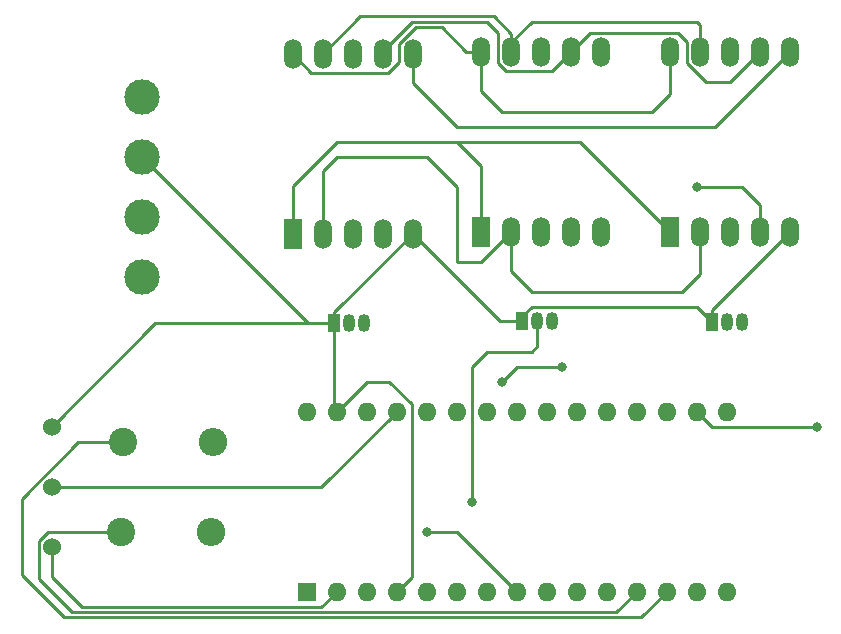
<source format=gbr>
%TF.GenerationSoftware,KiCad,Pcbnew,(6.0.11)*%
%TF.CreationDate,2023-02-07T12:56:04-07:00*%
%TF.ProjectId,temp_changer,74656d70-5f63-4686-916e-6765722e6b69,rev?*%
%TF.SameCoordinates,Original*%
%TF.FileFunction,Copper,L1,Top*%
%TF.FilePolarity,Positive*%
%FSLAX46Y46*%
G04 Gerber Fmt 4.6, Leading zero omitted, Abs format (unit mm)*
G04 Created by KiCad (PCBNEW (6.0.11)) date 2023-02-07 12:56:04*
%MOMM*%
%LPD*%
G01*
G04 APERTURE LIST*
%TA.AperFunction,ComponentPad*%
%ADD10C,2.400000*%
%TD*%
%TA.AperFunction,ComponentPad*%
%ADD11O,2.400000X2.400000*%
%TD*%
%TA.AperFunction,ComponentPad*%
%ADD12R,1.524000X2.524000*%
%TD*%
%TA.AperFunction,ComponentPad*%
%ADD13O,1.524000X2.524000*%
%TD*%
%TA.AperFunction,ComponentPad*%
%ADD14R,1.050000X1.500000*%
%TD*%
%TA.AperFunction,ComponentPad*%
%ADD15O,1.050000X1.500000*%
%TD*%
%TA.AperFunction,ComponentPad*%
%ADD16R,1.600000X1.600000*%
%TD*%
%TA.AperFunction,ComponentPad*%
%ADD17O,1.600000X1.600000*%
%TD*%
%TA.AperFunction,ComponentPad*%
%ADD18C,1.524000*%
%TD*%
%TA.AperFunction,ComponentPad*%
%ADD19C,3.000000*%
%TD*%
%TA.AperFunction,ViaPad*%
%ADD20C,0.800000*%
%TD*%
%TA.AperFunction,Conductor*%
%ADD21C,0.250000*%
%TD*%
G04 APERTURE END LIST*
D10*
%TO.P,R1,1*%
%TO.N,Net-(A1-Pad12)*%
X115080000Y-101600000D03*
D11*
%TO.P,R1,2*%
%TO.N,+3.3V*%
X122700000Y-101600000D03*
%TD*%
D12*
%TO.P,U3,1,vbl*%
%TO.N,vbl*%
X161560000Y-76200000D03*
D13*
%TO.P,U3,2,hb*%
%TO.N,hb*%
X164100000Y-76200000D03*
%TO.P,U3,3,GND*%
%TO.N,Net-(U3-Pad8)*%
X166640000Y-76200000D03*
%TO.P,U3,4,vbr*%
%TO.N,vbr*%
X169180000Y-76200000D03*
%TO.P,U3,5,DP*%
%TO.N,GND*%
X171720000Y-76200000D03*
%TO.P,U3,6,vtr*%
%TO.N,vtr*%
X171720000Y-60960000D03*
%TO.P,U3,7,ht*%
%TO.N,ht*%
X169180000Y-60960000D03*
%TO.P,U3,8,GND*%
%TO.N,Net-(U3-Pad8)*%
X166640000Y-60960000D03*
%TO.P,U3,9,vtl*%
%TO.N,vtl*%
X164100000Y-60960000D03*
%TO.P,U3,10,hm*%
%TO.N,hm*%
X161560000Y-60960000D03*
%TD*%
D14*
%TO.P,Q2,1,E*%
%TO.N,GND*%
X149073625Y-83771890D03*
D15*
%TO.P,Q2,2,B*%
%TO.N,seg2*%
X150343625Y-83771890D03*
%TO.P,Q2,3,C*%
%TO.N,Net-(U2-Pad8)*%
X151613625Y-83771890D03*
%TD*%
D14*
%TO.P,Q3,1,E*%
%TO.N,GND*%
X165100000Y-83820000D03*
D15*
%TO.P,Q3,2,B*%
%TO.N,seg3*%
X166370000Y-83820000D03*
%TO.P,Q3,3,C*%
%TO.N,Net-(U3-Pad8)*%
X167640000Y-83820000D03*
%TD*%
D16*
%TO.P,A1,1,TX1*%
%TO.N,unconnected-(A1-Pad1)*%
X130810000Y-106670000D03*
D17*
%TO.P,A1,2,RX1*%
%TO.N,Net-(A1-Pad2)*%
X133350000Y-106670000D03*
%TO.P,A1,3,~{RESET}*%
%TO.N,unconnected-(A1-Pad3)*%
X135890000Y-106670000D03*
%TO.P,A1,4,GND*%
%TO.N,GND*%
X138430000Y-106670000D03*
%TO.P,A1,5,D2*%
%TO.N,seg3*%
X140970000Y-106670000D03*
%TO.P,A1,6,D3*%
%TO.N,seg2*%
X143510000Y-106670000D03*
%TO.P,A1,7,D4*%
%TO.N,seg1*%
X146050000Y-106670000D03*
%TO.P,A1,8,D5*%
%TO.N,hm*%
X148590000Y-106670000D03*
%TO.P,A1,9,D6*%
%TO.N,vbr*%
X151130000Y-106670000D03*
%TO.P,A1,10,D7*%
%TO.N,hb*%
X153670000Y-106670000D03*
%TO.P,A1,11,D8*%
%TO.N,vbl*%
X156210000Y-106670000D03*
%TO.P,A1,12,D9*%
%TO.N,Net-(A1-Pad12)*%
X158750000Y-106670000D03*
%TO.P,A1,13,D10*%
%TO.N,Net-(A1-Pad13)*%
X161290000Y-106670000D03*
%TO.P,A1,14,MOSI*%
%TO.N,unconnected-(A1-Pad14)*%
X163830000Y-106670000D03*
%TO.P,A1,15,MISO*%
%TO.N,unconnected-(A1-Pad15)*%
X166370000Y-106670000D03*
%TO.P,A1,16,SCK*%
%TO.N,unconnected-(A1-Pad16)*%
X166370000Y-91430000D03*
%TO.P,A1,17,3V3*%
%TO.N,+3.3V*%
X163830000Y-91430000D03*
%TO.P,A1,18,AREF*%
%TO.N,unconnected-(A1-Pad18)*%
X161290000Y-91430000D03*
%TO.P,A1,19,A0*%
%TO.N,unconnected-(A1-Pad19)*%
X158750000Y-91430000D03*
%TO.P,A1,20,A1*%
%TO.N,unconnected-(A1-Pad20)*%
X156210000Y-91430000D03*
%TO.P,A1,21,A2*%
%TO.N,unconnected-(A1-Pad21)*%
X153670000Y-91430000D03*
%TO.P,A1,22,A3*%
%TO.N,unconnected-(A1-Pad22)*%
X151130000Y-91430000D03*
%TO.P,A1,23,SDA/A4*%
%TO.N,unconnected-(A1-Pad23)*%
X148590000Y-91430000D03*
%TO.P,A1,24,SCL/A5*%
%TO.N,unconnected-(A1-Pad24)*%
X146050000Y-91430000D03*
%TO.P,A1,25,A6*%
%TO.N,unconnected-(A1-Pad25)*%
X143510000Y-91430000D03*
%TO.P,A1,26,A7*%
%TO.N,unconnected-(A1-Pad26)*%
X140970000Y-91430000D03*
%TO.P,A1,27,+5V*%
%TO.N,+5V*%
X138430000Y-91430000D03*
%TO.P,A1,28,~{RESET}*%
%TO.N,unconnected-(A1-Pad28)*%
X135890000Y-91430000D03*
%TO.P,A1,29,GND*%
%TO.N,GND*%
X133350000Y-91430000D03*
%TO.P,A1,30,VIN*%
%TO.N,unconnected-(A1-Pad30)*%
X130810000Y-91430000D03*
%TD*%
D10*
%TO.P,R2,1*%
%TO.N,Net-(A1-Pad13)*%
X115300000Y-93980000D03*
D11*
%TO.P,R2,2*%
%TO.N,+3.3V*%
X122920000Y-93980000D03*
%TD*%
D12*
%TO.P,U2,1,vbl*%
%TO.N,vbl*%
X145580000Y-76200000D03*
D13*
%TO.P,U2,2,hb*%
%TO.N,hb*%
X148120000Y-76200000D03*
%TO.P,U2,3,GND*%
%TO.N,Net-(U2-Pad8)*%
X150660000Y-76200000D03*
%TO.P,U2,4,vbr*%
%TO.N,vbr*%
X153200000Y-76200000D03*
%TO.P,U2,5,DP*%
%TO.N,+3.3V*%
X155740000Y-76200000D03*
%TO.P,U2,6,vtr*%
%TO.N,vtr*%
X155740000Y-60960000D03*
%TO.P,U2,7,ht*%
%TO.N,ht*%
X153200000Y-60960000D03*
%TO.P,U2,8,GND*%
%TO.N,Net-(U2-Pad8)*%
X150660000Y-60960000D03*
%TO.P,U2,9,vtl*%
%TO.N,vtl*%
X148120000Y-60960000D03*
%TO.P,U2,10,hm*%
%TO.N,hm*%
X145580000Y-60960000D03*
%TD*%
D18*
%TO.P,U5,1,GND*%
%TO.N,GND*%
X109220000Y-92710000D03*
%TO.P,U5,2,V+*%
%TO.N,+5V*%
X109220000Y-97790000D03*
%TO.P,U5,3,ctrl*%
%TO.N,Net-(A1-Pad2)*%
X109220000Y-102870000D03*
%TD*%
D14*
%TO.P,Q1,1,E*%
%TO.N,GND*%
X133160000Y-83940046D03*
D15*
%TO.P,Q1,2,B*%
%TO.N,seg1*%
X134430000Y-83940046D03*
%TO.P,Q1,3,C*%
%TO.N,Net-(U1-Pad8)*%
X135700000Y-83940046D03*
%TD*%
D12*
%TO.P,U1,1,vbl*%
%TO.N,vbl*%
X129640000Y-76390000D03*
D13*
%TO.P,U1,2,hb*%
%TO.N,hb*%
X132180000Y-76390000D03*
%TO.P,U1,3,GND*%
%TO.N,Net-(U1-Pad8)*%
X134720000Y-76390000D03*
%TO.P,U1,4,vbr*%
%TO.N,vbr*%
X137260000Y-76390000D03*
%TO.P,U1,5,DP*%
%TO.N,GND*%
X139800000Y-76390000D03*
%TO.P,U1,6,vtr*%
%TO.N,vtr*%
X139800000Y-61150000D03*
%TO.P,U1,7,ht*%
%TO.N,ht*%
X137260000Y-61150000D03*
%TO.P,U1,8,GND*%
%TO.N,Net-(U1-Pad8)*%
X134720000Y-61150000D03*
%TO.P,U1,9,vtl*%
%TO.N,vtl*%
X132180000Y-61150000D03*
%TO.P,U1,10,hm*%
%TO.N,hm*%
X129640000Y-61150000D03*
%TD*%
D19*
%TO.P,U4,1,V+*%
%TO.N,+3.3V*%
X116840000Y-80010000D03*
%TO.P,U4,2,SDA*%
%TO.N,Net-(A1-Pad13)*%
X116840000Y-74930000D03*
%TO.P,U4,3,GND*%
%TO.N,GND*%
X116840000Y-69850000D03*
%TO.P,U4,4,SCL*%
%TO.N,Net-(A1-Pad12)*%
X116840000Y-64770000D03*
%TD*%
D20*
%TO.N,seg2*%
X144780000Y-99060000D03*
%TO.N,hm*%
X140970000Y-101600000D03*
%TO.N,vbr*%
X147320000Y-88900000D03*
X152400000Y-87630000D03*
X163830000Y-72390000D03*
%TO.N,+3.3V*%
X173990000Y-92710000D03*
%TD*%
D21*
%TO.N,Net-(A1-Pad2)*%
X109220000Y-105410000D02*
X109220000Y-102870000D01*
X111760000Y-107950000D02*
X109220000Y-105410000D01*
X133350000Y-106670000D02*
X132070000Y-107950000D01*
X132070000Y-107950000D02*
X111760000Y-107950000D01*
%TO.N,Net-(A1-Pad12)*%
X108133000Y-102419749D02*
X108952749Y-101600000D01*
X157020000Y-108400000D02*
X110940000Y-108400000D01*
X110940000Y-108400000D02*
X108133000Y-105593000D01*
X108133000Y-105593000D02*
X108133000Y-102419749D01*
X108952749Y-101600000D02*
X115080000Y-101600000D01*
X158750000Y-106670000D02*
X157020000Y-108400000D01*
%TO.N,Net-(A1-Pad13)*%
X110245000Y-108850000D02*
X106680000Y-105285000D01*
X111492749Y-93980000D02*
X115300000Y-93980000D01*
X159110000Y-108850000D02*
X110245000Y-108850000D01*
X106680000Y-98792749D02*
X111492749Y-93980000D01*
X106680000Y-105285000D02*
X106680000Y-98792749D01*
X161290000Y-106670000D02*
X159110000Y-108850000D01*
%TO.N,GND*%
X133360000Y-91430000D02*
X135890000Y-88900000D01*
X137780991Y-88900000D02*
X139700000Y-90819009D01*
X117989954Y-83940046D02*
X109220000Y-92710000D01*
X149073625Y-83771890D02*
X147181890Y-83771890D01*
X139700000Y-90819009D02*
X139700000Y-105400000D01*
X133160000Y-83940046D02*
X130930046Y-83940046D01*
X149860000Y-82550000D02*
X149073625Y-83336375D01*
X133160000Y-83030000D02*
X133160000Y-83940046D01*
X135890000Y-88900000D02*
X137780991Y-88900000D01*
X139700000Y-105400000D02*
X138430000Y-106670000D01*
X147181890Y-83771890D02*
X139800000Y-76390000D01*
X139800000Y-76390000D02*
X133160000Y-83030000D01*
X165100000Y-82820000D02*
X165100000Y-83820000D01*
X130930046Y-83940046D02*
X116840000Y-69850000D01*
X133160000Y-83940046D02*
X133160000Y-91240000D01*
X130930046Y-83940046D02*
X117989954Y-83940046D01*
X171720000Y-76200000D02*
X165100000Y-82820000D01*
X163830000Y-82550000D02*
X165100000Y-83820000D01*
X163830000Y-82550000D02*
X149860000Y-82550000D01*
%TO.N,seg2*%
X149860000Y-86360000D02*
X150343625Y-85876375D01*
X144780000Y-99060000D02*
X144780000Y-87665515D01*
X146085515Y-86360000D02*
X149860000Y-86360000D01*
X144780000Y-87665515D02*
X146085515Y-86360000D01*
X150343625Y-85876375D02*
X150343625Y-83771890D01*
%TO.N,hm*%
X143520000Y-101600000D02*
X148590000Y-106670000D01*
X140970000Y-101600000D02*
X143520000Y-101600000D01*
X161560000Y-60960000D02*
X161560000Y-64500000D01*
X142240000Y-58870000D02*
X144330000Y-60960000D01*
X138634823Y-60277927D02*
X140042750Y-58870000D01*
X160020000Y-66040000D02*
X147320000Y-66040000D01*
X144330000Y-60960000D02*
X145580000Y-60960000D01*
X131227000Y-62737000D02*
X137710250Y-62737000D01*
X147320000Y-66040000D02*
X145580000Y-64300000D01*
X137710250Y-62737000D02*
X138634823Y-61812427D01*
X140042750Y-58870000D02*
X142240000Y-58870000D01*
X129640000Y-61150000D02*
X131227000Y-62737000D01*
X138634823Y-61812427D02*
X138634823Y-60277927D01*
X145580000Y-64300000D02*
X145580000Y-60960000D01*
X161560000Y-64500000D02*
X160020000Y-66040000D01*
%TO.N,vbr*%
X167640000Y-72390000D02*
X169180000Y-73930000D01*
X169180000Y-73930000D02*
X169180000Y-76200000D01*
X148590000Y-87630000D02*
X147320000Y-88900000D01*
X163830000Y-72390000D02*
X167640000Y-72390000D01*
X152400000Y-87630000D02*
X148590000Y-87630000D01*
%TO.N,hb*%
X162560000Y-81280000D02*
X164100000Y-79740000D01*
X148120000Y-79540000D02*
X149860000Y-81280000D01*
X149860000Y-81280000D02*
X162560000Y-81280000D01*
X148120000Y-76200000D02*
X148120000Y-79540000D01*
X145580000Y-78740000D02*
X148120000Y-76200000D01*
X164100000Y-79740000D02*
X164100000Y-76200000D01*
X132180000Y-76390000D02*
X132180000Y-71020000D01*
X132180000Y-71020000D02*
X133350000Y-69850000D01*
X140970000Y-69850000D02*
X143510000Y-72390000D01*
X133350000Y-69850000D02*
X140970000Y-69850000D01*
X143510000Y-72390000D02*
X143510000Y-78740000D01*
X143510000Y-78740000D02*
X145580000Y-78740000D01*
%TO.N,vbl*%
X129640000Y-76390000D02*
X129640000Y-72290000D01*
X133350000Y-68580000D02*
X143510000Y-68580000D01*
X129640000Y-72290000D02*
X133350000Y-68580000D01*
X145580000Y-70650000D02*
X145580000Y-76200000D01*
X143510000Y-68580000D02*
X153940000Y-68580000D01*
X143510000Y-68580000D02*
X145580000Y-70650000D01*
X153940000Y-68580000D02*
X161560000Y-76200000D01*
%TO.N,+5V*%
X138430000Y-91430000D02*
X132070000Y-97790000D01*
X132070000Y-97790000D02*
X109220000Y-97790000D01*
%TO.N,+3.3V*%
X165110000Y-92710000D02*
X163830000Y-91430000D01*
X173990000Y-92710000D02*
X165110000Y-92710000D01*
%TO.N,vtr*%
X171720000Y-60960000D02*
X165370000Y-67310000D01*
X165370000Y-67310000D02*
X143510000Y-67310000D01*
X143510000Y-67310000D02*
X139800000Y-63600000D01*
X139800000Y-63600000D02*
X139800000Y-61150000D01*
%TO.N,ht*%
X154787000Y-59373000D02*
X162243000Y-59373000D01*
X147033000Y-61910250D02*
X147033000Y-59403000D01*
X153200000Y-60960000D02*
X154787000Y-59373000D01*
X166640000Y-63500000D02*
X169180000Y-60960000D01*
X163013000Y-61910250D02*
X164602750Y-63500000D01*
X163013000Y-60143000D02*
X163013000Y-61910250D01*
X139700000Y-58420000D02*
X137260000Y-60860000D01*
X147669750Y-62547000D02*
X147033000Y-61910250D01*
X146050000Y-58420000D02*
X139700000Y-58420000D01*
X153200000Y-60960000D02*
X151613000Y-62547000D01*
X162243000Y-59373000D02*
X163013000Y-60143000D01*
X147033000Y-59403000D02*
X146050000Y-58420000D01*
X151613000Y-62547000D02*
X147669750Y-62547000D01*
X164602750Y-63500000D02*
X166640000Y-63500000D01*
%TO.N,vtl*%
X135360000Y-57970000D02*
X132180000Y-61150000D01*
X146642000Y-57970000D02*
X135360000Y-57970000D01*
X164100000Y-58690000D02*
X164100000Y-60960000D01*
X149860000Y-58420000D02*
X148120000Y-60160000D01*
X148120000Y-59448000D02*
X146642000Y-57970000D01*
X163830000Y-58420000D02*
X149860000Y-58420000D01*
X164100000Y-58690000D02*
X163830000Y-58420000D01*
X148120000Y-60960000D02*
X148120000Y-59448000D01*
%TD*%
M02*

</source>
